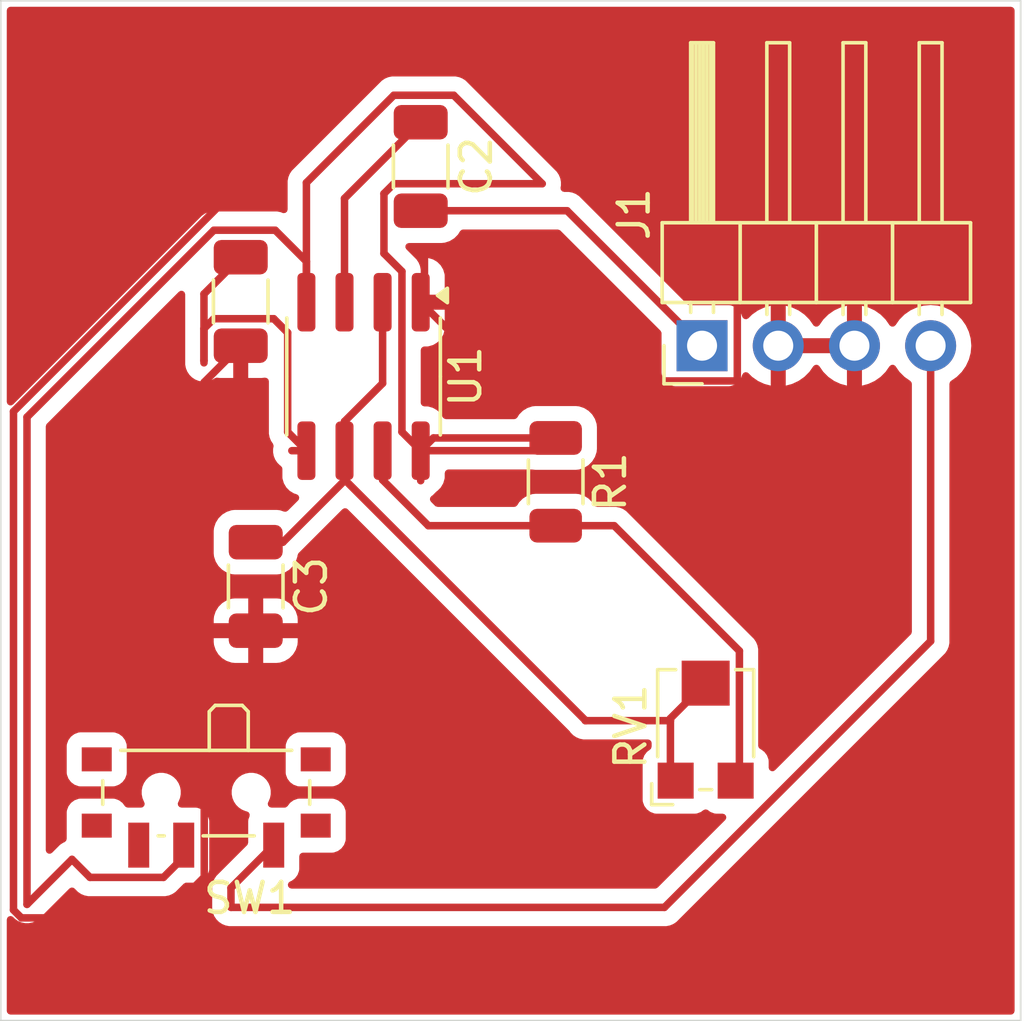
<source format=kicad_pcb>
(kicad_pcb (version 20240108) (generator "pcbnew") (generator_version "8.0")
  (layers (0 "F.Cu" signal) (31 "B.Cu" signal) (34 "B.Paste" user) (35 "F.Paste" user) (36 "B.SilkS" user "B.Silkscreen") (37 "F.SilkS" user "F.Silkscreen") (38 "B.Mask" user) (39 "F.Mask" user) (44 "Edge.Cuts" user))
  (net 0 "")
  (net 1 "/GND")
  (net 2 "Net-(U1-CV)")
  (net 3 "Net-(U1-Q)")
  (net 4 "/BUZZER+")
  (net 5 "Net-(U1-THR)")
  (net 6 "/VCC")
  (net 7 "Net-(SW1-B)")
  (net 8 "Net-(U1-DIS)")
  (footprint "Capacitor_SMD:C_1206_3216Metric" (layer "F.Cu") (at 165 90.025 -90)
    (property "Reference" "C2" (at 0 -1.85 90) (layer "F.SilkS"))
    (property "Value" "C" (hide yes))
    (fp_line (start -0.711252 0.91) (end 0.711252 0.91) (stroke (width 0.12)) (layer "F.SilkS"))
    (fp_line (start -0.711252 -0.91) (end 0.711252 -0.91) (stroke (width 0.12)) (layer "F.SilkS"))
    (pad "1" smd roundrect (at -1.475 0 270) (size 1.15 1.8) (layers "F.Cu" "F.Paste" "F.Mask") (roundrect_rratio 0.217391) (net 3 "Net-(U1-Q)"))
    (pad "2" smd roundrect (at 1.475 0 270) (size 1.15 1.8) (layers "F.Cu" "F.Paste" "F.Mask") (roundrect_rratio 0.217391) (net 4 "/BUZZER+"))
  )
  (footprint "Button_Switch_SMD:SW_SPDT_PCM12" (layer "F.Cu") (at 157.85 111.22 180)
    (property "Reference" "SW1" (at -1.45 -3.2 360) (layer "F.SilkS"))
    (property "Value" "~")
    (fp_line (start 3.45 0.72) (end 3.45 -0.07) (stroke (width 0.12)) (layer "F.SilkS"))
    (fp_line (start 1.4 -1.12) (end 1.6 -1.12) (stroke (width 0.12)) (layer "F.SilkS"))
    (fp_line (start -0.1 3.02) (end -0.1 1.73) (stroke (width 0.12)) (layer "F.SilkS"))
    (fp_line (start -0.1 3.02) (end -0.3 3.23) (stroke (width 0.12)) (layer "F.SilkS"))
    (fp_line (start -1.2 3.23) (end -0.3 3.23) (stroke (width 0.12)) (layer "F.SilkS"))
    (fp_line (start -1.4 3.02) (end -1.2 3.23) (stroke (width 0.12)) (layer "F.SilkS"))
    (fp_line (start -1.4 1.73) (end -1.4 3.02) (stroke (width 0.12)) (layer "F.SilkS"))
    (fp_line (start -1.6 -1.12) (end 0.1 -1.12) (stroke (width 0.12)) (layer "F.SilkS"))
    (fp_line (start -2.85 1.73) (end 2.85 1.73) (stroke (width 0.12)) (layer "F.SilkS"))
    (fp_line (start -3.45 -0.07) (end -3.45 0.72) (stroke (width 0.12)) (layer "F.SilkS"))
    (pad "" smd rect (at -3.65 -0.78 180) (size 1 0.8) (layers "F.Cu" "F.Paste" "F.Mask"))
    (pad "" smd rect (at -3.65 1.43 180) (size 1 0.8) (layers "F.Cu" "F.Paste" "F.Mask"))
    (pad "" np_thru_hole circle (at -1.5 0.33 180) (size 0.9 0.9) (drill 0.9) (layers "*.Cu" "*.Mask"))
    (pad "" np_thru_hole circle (at 1.5 0.33 180) (size 0.9 0.9) (drill 0.9) (layers "*.Cu" "*.Mask"))
    (pad "" smd rect (at 3.65 -0.78 180) (size 1 0.8) (layers "F.Cu" "F.Paste" "F.Mask"))
    (pad "" smd rect (at 3.65 1.43 180) (size 1 0.8) (layers "F.Cu" "F.Paste" "F.Mask"))
    (pad "1" smd rect (at -2.25 -1.43 180) (size 0.7 1.5) (layers "F.Cu" "F.Paste" "F.Mask") (net 6 "/VCC"))
    (pad "2" smd rect (at 0.75 -1.43 180) (size 0.7 1.5) (layers "F.Cu" "F.Paste" "F.Mask") (net 7 "Net-(SW1-B)"))
    (pad "3" smd rect (at 2.25 -1.43 180) (size 0.7 1.5) (layers "F.Cu" "F.Paste" "F.Mask"))
  )
  (footprint "Resistor_SMD:R_1206_3216Metric" (layer "F.Cu") (at 169.5 100.5375 -90)
    (property "Reference" "R1" (at 0 -1.82 90) (layer "F.SilkS"))
    (property "Value" "R" (hide yes))
    (fp_line (start -0.727064 0.91) (end 0.727064 0.91) (stroke (width 0.12)) (layer "F.SilkS"))
    (fp_line (start -0.727064 -0.91) (end 0.727064 -0.91) (stroke (width 0.12)) (layer "F.SilkS"))
    (pad "1" smd roundrect (at -1.4625 0 270) (size 1.125 1.75) (layers "F.Cu" "F.Paste" "F.Mask") (roundrect_rratio 0.222222) (net 7 "Net-(SW1-B)"))
    (pad "2" smd roundrect (at 1.4625 0 270) (size 1.125 1.75) (layers "F.Cu" "F.Paste" "F.Mask") (roundrect_rratio 0.222222) (net 8 "Net-(U1-DIS)"))
  )
  (footprint "Connector_PinHeader_2.54mm:PinHeader_1x04_P2.54mm_Horizontal" (layer "F.Cu") (at 174.38 96 90)
    (property "Reference" "J1" (at 4.385 -2.27 90) (layer "F.SilkS"))
    (property "Value" "~")
    (fp_line (start 4.1 -1.33) (end 1.44 -1.33) (stroke (width 0.12)) (layer "F.SilkS"))
    (fp_line (start 1.44 -1.33) (end 1.44 8.95) (stroke (width 0.12)) (layer "F.SilkS"))
    (fp_line (start -1.27 -1.27) (end 0 -1.27) (stroke (width 0.12)) (layer "F.SilkS"))
    (fp_line (start 10.1 -0.38) (end 10.1 0.38) (stroke (width 0.12)) (layer "F.SilkS"))
    (fp_line (start 4.1 -0.38) (end 10.1 -0.38) (stroke (width 0.12)) (layer "F.SilkS"))
    (fp_line (start 1.11 -0.38) (end 1.44 -0.38) (stroke (width 0.12)) (layer "F.SilkS"))
    (fp_line (start 4.1 -0.32) (end 10.1 -0.32) (stroke (width 0.12)) (layer "F.SilkS"))
    (fp_line (start 4.1 -0.2) (end 10.1 -0.2) (stroke (width 0.12)) (layer "F.SilkS"))
    (fp_line (start 4.1 -0.08) (end 10.1 -0.08) (stroke (width 0.12)) (layer "F.SilkS"))
    (fp_line (start -1.27 0) (end -1.27 -1.27) (stroke (width 0.12)) (layer "F.SilkS"))
    (fp_line (start 4.1 0.04) (end 10.1 0.04) (stroke (width 0.12)) (layer "F.SilkS"))
    (fp_line (start 4.1 0.16) (end 10.1 0.16) (stroke (width 0.12)) (layer "F.SilkS"))
    (fp_line (start 4.1 0.28) (end 10.1 0.28) (stroke (width 0.12)) (layer "F.SilkS"))
    (fp_line (start 10.1 0.38) (end 4.1 0.38) (stroke (width 0.12)) (layer "F.SilkS"))
    (fp_line (start 1.11 0.38) (end 1.44 0.38) (stroke (width 0.12)) (layer "F.SilkS"))
    (fp_line (start 1.44 1.27) (end 4.1 1.27) (stroke (width 0.12)) (layer "F.SilkS"))
    (fp_line (start 10.1 2.16) (end 10.1 2.92) (stroke (width 0.12)) (layer "F.SilkS"))
    (fp_line (start 4.1 2.16) (end 10.1 2.16) (stroke (width 0.12)) (layer "F.SilkS"))
    (fp_line (start 1.042929 2.16) (end 1.44 2.16) (stroke (width 0.12)) (layer "F.SilkS"))
    (fp_line (start 10.1 2.92) (end 4.1 2.92) (stroke (width 0.12)) (layer "F.SilkS"))
    (fp_line (start 1.042929 2.92) (end 1.44 2.92) (stroke (width 0.12)) (layer "F.SilkS"))
    (fp_line (start 1.44 3.81) (end 4.1 3.81) (stroke (width 0.12)) (layer "F.SilkS"))
    (fp_line (start 10.1 4.7) (end 10.1 5.46) (stroke (width 0.12)) (layer "F.SilkS"))
    (fp_line (start 4.1 4.7) (end 10.1 4.7) (stroke (width 0.12)) (layer "F.SilkS"))
    (fp_line (start 1.042929 4.7) (end 1.44 4.7) (stroke (width 0.12)) (layer "F.SilkS"))
    (fp_line (start 10.1 5.46) (end 4.1 5.46) (stroke (width 0.12)) (layer "F.SilkS"))
    (fp_line (start 1.042929 5.46) (end 1.44 5.46) (stroke (width 0.12)) (layer "F.SilkS"))
    (fp_line (start 1.44 6.35) (end 4.1 6.35) (stroke (width 0.12)) (layer "F.SilkS"))
    (fp_line (start 10.1 7.24) (end 10.1 8) (stroke (width 0.12)) (layer "F.SilkS"))
    (fp_line (start 4.1 7.24) (end 10.1 7.24) (stroke (width 0.12)) (layer "F.SilkS"))
    (fp_line (start 1.042929 7.24) (end 1.44 7.24) (stroke (width 0.12)) (layer "F.SilkS"))
    (fp_line (start 10.1 8) (end 4.1 8) (stroke (width 0.12)) (layer "F.SilkS"))
    (fp_line (start 1.042929 8) (end 1.44 8) (stroke (width 0.12)) (layer "F.SilkS"))
    (fp_line (start 4.1 8.95) (end 4.1 -1.33) (stroke (width 0.12)) (layer "F.SilkS"))
    (fp_line (start 1.44 8.95) (end 4.1 8.95) (stroke (width 0.12)) (layer "F.SilkS"))
    (pad "1" thru_hole rect (at 0 0 90) (size 1.7 1.7) (drill 1) (layers "*.Cu" "*.Mask") (net 4 "/BUZZER+"))
    (pad "2" thru_hole oval (at 0 2.54 90) (size 1.7 1.7) (drill 1) (layers "*.Cu" "*.Mask") (net 1 "/GND"))
    (pad "3" thru_hole oval (at 0 5.08 90) (size 1.7 1.7) (drill 1) (layers "*.Cu" "*.Mask") (net 1 "/GND"))
    (pad "4" thru_hole oval (at 0 7.62 90) (size 1.7 1.7) (drill 1) (layers "*.Cu" "*.Mask") (net 6 "/VCC"))
  )
  (footprint "Potentiometer_SMD:Potentiometer_Bourns_TC33X_Vertical" (layer "F.Cu") (at 174.5 108.7 90)
    (property "Reference" "RV1" (at 0 -2.5 90) (layer "F.SilkS"))
    (property "Value" "~")
    (fp_line (start -1.9 -1.8) (end -2.6 -1.8) (stroke (width 0.12)) (layer "F.SilkS"))
    (fp_line (start -2.6 -1.8) (end -2.6 -1.1) (stroke (width 0.12)) (layer "F.SilkS"))
    (fp_line (start 1.9 -1.6) (end 1.9 -1) (stroke (width 0.12)) (layer "F.SilkS"))
    (fp_line (start -1 -1.6) (end 1.9 -1.6) (stroke (width 0.12)) (layer "F.SilkS"))
    (fp_line (start -2.1 -0.2) (end -2.1 0.2) (stroke (width 0.12)) (layer "F.SilkS"))
    (fp_line (start 1.9 1.6) (end 1.9 1) (stroke (width 0.12)) (layer "F.SilkS"))
    (fp_line (start -1 1.6) (end 1.9 1.6) (stroke (width 0.12)) (layer "F.SilkS"))
    (pad "1" smd rect (at -1.8 -1 90) (size 1.2 1.2) (layers "F.Cu" "F.Paste" "F.Mask") (net 5 "Net-(U1-THR)"))
    (pad "2" smd rect (at 1.45 0 90) (size 1.5 1.6) (layers "F.Cu" "F.Paste" "F.Mask") (net 5 "Net-(U1-THR)"))
    (pad "3" smd rect (at -1.8 1 90) (size 1.2 1.2) (layers "F.Cu" "F.Paste" "F.Mask") (net 8 "Net-(U1-DIS)"))
  )
  (footprint "Capacitor_SMD:C_1206_3216Metric" (layer "F.Cu") (at 159 94.525 -90)
    (property "Reference" "C1" (hide yes))
    (property "Value" "C" (hide yes))
    (fp_line (start -0.711252 0.91) (end 0.711252 0.91) (stroke (width 0.12)) (layer "F.SilkS"))
    (fp_line (start -0.711252 -0.91) (end 0.711252 -0.91) (stroke (width 0.12)) (layer "F.SilkS"))
    (pad "1" smd roundrect (at -1.475 0 270) (size 1.15 1.8) (layers "F.Cu" "F.Paste" "F.Mask") (roundrect_rratio 0.217391) (net 2 "Net-(U1-CV)"))
    (pad "2" smd roundrect (at 1.475 0 270) (size 1.15 1.8) (layers "F.Cu" "F.Paste" "F.Mask") (roundrect_rratio 0.217391) (net 1 "/GND"))
  )
  (footprint "Capacitor_SMD:C_1206_3216Metric" (layer "F.Cu") (at 159.5 104.025 -90)
    (property "Reference" "C3" (at 0 -1.85 90) (layer "F.SilkS"))
    (property "Value" "C" (hide yes))
    (fp_line (start -0.711252 0.91) (end 0.711252 0.91) (stroke (width 0.12)) (layer "F.SilkS"))
    (fp_line (start -0.711252 -0.91) (end 0.711252 -0.91) (stroke (width 0.12)) (layer "F.SilkS"))
    (pad "1" smd roundrect (at -1.475 0 270) (size 1.15 1.8) (layers "F.Cu" "F.Paste" "F.Mask") (roundrect_rratio 0.217391) (net 5 "Net-(U1-THR)"))
    (pad "2" smd roundrect (at 1.475 0 270) (size 1.15 1.8) (layers "F.Cu" "F.Paste" "F.Mask") (roundrect_rratio 0.217391) (net 1 "/GND"))
  )
  (footprint "Package_SO:SOIC-8_3.9x4.9mm_P1.27mm" (layer "F.Cu") (at 163.095 97.025 -90)
    (property "Reference" "U1" (at 0 -3.4 90) (layer "F.SilkS"))
    (property "Value" "LM555xM" (hide yes))
    (fp_line (start 0 2.56) (end -1.95 2.56) (stroke (width 0.12)) (layer "F.SilkS"))
    (fp_line (start 0 2.56) (end 1.95 2.56) (stroke (width 0.12)) (layer "F.SilkS"))
    (fp_line (start 0 -2.56) (end -1.95 -2.56) (stroke (width 0.12)) (layer "F.SilkS"))
    (fp_line (start 0 -2.56) (end 1.95 -2.56) (stroke (width 0.12)) (layer "F.SilkS"))
    (fp_poly (pts (xy -2.7 -2.465) (xy -2.94 -2.795) (xy -2.46 -2.795) (xy -2.7 -2.465)) (stroke (width 0.12)) (fill solid) (layer "F.SilkS"))
    (pad "1" smd roundrect (at -2.475 -1.905 270) (size 1.95 0.6) (layers "F.Cu" "F.Paste" "F.Mask") (net 1 "/GND"))
    (pad "2" smd roundrect (at -2.475 -0.635 270) (size 1.95 0.6) (layers "F.Cu" "F.Paste" "F.Mask") (net 5 "Net-(U1-THR)"))
    (pad "3" smd roundrect (at -2.475 0.635 270) (size 1.95 0.6) (layers "F.Cu" "F.Paste" "F.Mask") (net 3 "Net-(U1-Q)"))
    (pad "4" smd roundrect (at -2.475 1.905 270) (size 1.95 0.6) (layers "F.Cu" "F.Paste" "F.Mask") (net 7 "Net-(SW1-B)"))
    (pad "5" smd roundrect (at 2.475 1.905 270) (size 1.95 0.6) (layers "F.Cu" "F.Paste" "F.Mask") (net 2 "Net-(U1-CV)"))
    (pad "6" smd roundrect (at 2.475 0.635 270) (size 1.95 0.6) (layers "F.Cu" "F.Paste" "F.Mask") (net 5 "Net-(U1-THR)"))
    (pad "7" smd roundrect (at 2.475 -0.635 270) (size 1.95 0.6) (layers "F.Cu" "F.Paste" "F.Mask") (net 8 "Net-(U1-DIS)"))
    (pad "8" smd roundrect (at 2.475 -1.905 270) (size 1.95 0.6) (layers "F.Cu" "F.Paste" "F.Mask") (net 7 "Net-(SW1-B)"))
  )
  (gr_poly (pts (xy 151 84.5) (xy 185 84.5) (xy 185 118.5) (xy 151 118.5)) (stroke (width 0.05)) (fill none) (layer "Edge.Cuts"))
  (gr_rect (start 151 84.5) (end 185 118.5) (stroke (width 0.05)) (fill none) (layer "Edge.Cuts"))
  (segment (start 165 94.55) (end 167.625 97.175) (width 0.25) (layer "F.Cu") (net 1))
  (segment (start 175.555 97.175) (end 175.555 85.055) (width 0.25) (layer "F.Cu") (net 1))
  (segment (start 157.784252 97.215748) (end 159 96) (width 0.25) (layer "F.Cu") (net 1))
  (segment (start 167.625 97.175) (end 175.555 97.175) (width 0.25) (layer "F.Cu") (net 1))
  (segment (start 164.563504 85.055) (end 151.425 98.193504) (width 0.25) (layer "F.Cu") (net 1))
  (segment (start 151.688604 115.075) (end 156.425 115.075) (width 0.25) (layer "F.Cu") (net 1))
  (segment (start 151.425 98.193504) (end 151.425 114.811396) (width 0.25) (layer "F.Cu") (net 1))
  (segment (start 157.784252 113.715748) (end 157.784252 97.215748) (width 0.25) (layer "F.Cu") (net 1))
  (segment (start 156.425 115.075) (end 157.784252 113.715748) (width 0.25) (layer "F.Cu") (net 1))
  (segment (start 175.555 85.055) (end 164.563504 85.055) (width 0.25) (layer "F.Cu") (net 1))
  (segment (start 151.425 114.811396) (end 151.688604 115.075) (width 0.25) (layer "F.Cu") (net 1))
  (segment (start 158.1049 95.1) (end 160.1 95.1) (width 0.25) (layer "F.Cu") (net 2))
  (segment (start 161.19 99.5) (end 160.7049 99.5) (width 0.25) (layer "F.Cu") (net 2))
  (segment (start 157.775 94.275) (end 159 93.05) (width 0.25) (layer "F.Cu") (net 2))
  (segment (start 157.775 96.5) (end 157.775 94.275) (width 0.25) (layer "F.Cu") (net 2))
  (segment (start 157.775 95.4299) (end 158.1049 95.1) (width 0.25) (layer "F.Cu") (net 2))
  (segment (start 157.775 96.5701) (end 157.775 96.5) (width 0.25) (layer "F.Cu") (net 2))
  (segment (start 160.1 95.1) (end 160.565 95.565) (width 0.25) (layer "F.Cu") (net 2))
  (segment (start 157.775 96.5) (end 157.775 95.4299) (width 0.25) (layer "F.Cu") (net 2))
  (segment (start 160.565 98.875) (end 161.19 99.5) (width 0.25) (layer "F.Cu") (net 2))
  (segment (start 160.565 95.565) (end 160.565 98.875) (width 0.25) (layer "F.Cu") (net 2))
  (segment (start 162.46 94.55) (end 162.46 91.09) (width 0.25) (layer "F.Cu") (net 3))
  (segment (start 162.46 91.09) (end 165 88.55) (width 0.25) (layer "F.Cu") (net 3))
  (segment (start 169.88 91.5) (end 174.38 96) (width 0.25) (layer "F.Cu") (net 4))
  (segment (start 165 91.5) (end 169.88 91.5) (width 0.25) (layer "F.Cu") (net 4))
  (segment (start 173.325 110.175) (end 173.325 108.5) (width 0.25) (layer "F.Cu") (net 5))
  (segment (start 162.46 98.525001) (end 163.73 97.255001) (width 0.25) (layer "F.Cu") (net 5))
  (segment (start 170.5 108.5) (end 173.325 108.5) (width 0.25) (layer "F.Cu") (net 5))
  (segment (start 162.46 99.5) (end 162.46 100.46) (width 0.25) (layer "F.Cu") (net 5))
  (segment (start 159.5 102.55) (end 160.407304 102.55) (width 0.25) (layer "F.Cu") (net 5))
  (segment (start 162.46 100.46) (end 170.5 108.5) (width 0.25) (layer "F.Cu") (net 5))
  (segment (start 170.485001 108.5) (end 170.5 108.5) (width 0.25) (layer "F.Cu") (net 5))
  (segment (start 173.325 108.425) (end 174.5 107.25) (width 0.25) (layer "F.Cu") (net 5))
  (segment (start 162.46 100.497304) (end 162.46 99.5) (width 0.25) (layer "F.Cu") (net 5))
  (segment (start 173.325 108.5) (end 173.325 108.425) (width 0.25) (layer "F.Cu") (net 5))
  (segment (start 162.46 99.5) (end 162.46 98.525001) (width 0.25) (layer "F.Cu") (net 5))
  (segment (start 163.73 97.255001) (end 163.73 94.55) (width 0.25) (layer "F.Cu") (net 5))
  (segment (start 160.407304 102.55) (end 162.46 100.497304) (width 0.25) (layer "F.Cu") (net 5))
  (segment (start 158.675 114.075) (end 160.1 112.65) (width 0.25) (layer "F.Cu") (net 6))
  (segment (start 182 105.85) (end 182 96) (width 0.25) (layer "F.Cu") (net 6))
  (segment (start 158.675 114.725) (end 173.125 114.725) (width 0.25) (layer "F.Cu") (net 6))
  (segment (start 158.675 114.725) (end 158.675 114.075) (width 0.25) (layer "F.Cu") (net 6))
  (segment (start 160.1 112.65) (end 160.175 112.725) (width 0.25) (layer "F.Cu") (net 6))
  (segment (start 173.125 114.725) (end 182 105.85) (width 0.25) (layer "F.Cu") (net 6))
  (segment (start 157.1 113.05) (end 157.1 112.65) (width 0.25) (layer "F.Cu") (net 7))
  (segment (start 161.19 94.55) (end 161.19 94.930908) (width 0.25) (layer "F.Cu") (net 7))
  (segment (start 163.775 92.924092) (end 164.375 93.524092) (width 0.25) (layer "F.Cu") (net 7))
  (segment (start 169.05 90.6) (end 164.1049 90.6) (width 0.25) (layer "F.Cu") (net 7))
  (segment (start 161.19 94.55) (end 161.19 90.5649) (width 0.25) (layer "F.Cu") (net 7))
  (segment (start 158.1049 92.15) (end 151.875 98.3799) (width 0.25) (layer "F.Cu") (net 7))
  (segment (start 151.875 114.625) (end 153.375 113.125) (width 0.25) (layer "F.Cu") (net 7))
  (segment (start 166.1 87.65) (end 169.05 90.6) (width 0.25) (layer "F.Cu") (net 7))
  (segment (start 165 100.5) (end 165 99.5) (width 0.25) (layer "F.Cu") (net 7))
  (segment (start 165 99.5) (end 165.425 99.075) (width 0.25) (layer "F.Cu") (net 7))
  (segment (start 156.425 113.725) (end 157.1 113.05) (width 0.25) (layer "F.Cu") (net 7))
  (segment (start 165.425 99.075) (end 169.5 99.075) (width 0.25) (layer "F.Cu") (net 7))
  (segment (start 161.19 94.55) (end 161.19 93.19) (width 0.25) (layer "F.Cu") (net 7))
  (segment (start 165 99.5) (end 169 99.5) (width 0.25) (layer "F.Cu") (net 7))
  (segment (start 164.1049 87.65) (end 166.1 87.65) (width 0.25) (layer "F.Cu") (net 7))
  (segment (start 165 98.740908) (end 165 99.5) (width 0.25) (layer "F.Cu") (net 7))
  (segment (start 161.19 90.5649) (end 164.1049 87.65) (width 0.25) (layer "F.Cu") (net 7))
  (segment (start 161.19 93.19) (end 160.15 92.15) (width 0.25) (layer "F.Cu") (net 7))
  (segment (start 160.15 92.15) (end 158.1049 92.15) (width 0.25) (layer "F.Cu") (net 7))
  (segment (start 151.875 98.3799) (end 151.875 114.625) (width 0.25) (layer "F.Cu") (net 7))
  (segment (start 163.775 90.9299) (end 163.775 92.924092) (width 0.25) (layer "F.Cu") (net 7))
  (segment (start 153.375 113.125) (end 153.975 113.725) (width 0.25) (layer "F.Cu") (net 7))
  (segment (start 164.375 98.875) (end 165 99.5) (width 0.25) (layer "F.Cu") (net 7))
  (segment (start 164.1049 90.6) (end 163.775 90.9299) (width 0.25) (layer "F.Cu") (net 7))
  (segment (start 164.375 93.524092) (end 164.375 98.875) (width 0.25) (layer "F.Cu") (net 7))
  (segment (start 153.975 113.725) (end 156.425 113.725) (width 0.25) (layer "F.Cu") (net 7))
  (segment (start 175.625 110.375) (end 175.5 110.5) (width 0.25) (layer "F.Cu") (net 8))
  (segment (start 171.45 102) (end 175.625 106.175) (width 0.25) (layer "F.Cu") (net 8))
  (segment (start 163.73 100.474999) (end 165.255001 102) (width 0.25) (layer "F.Cu") (net 8))
  (segment (start 163.73 99.5) (end 163.73 100.474999) (width 0.25) (layer "F.Cu") (net 8))
  (segment (start 175.625 106.175) (end 175.625 110.375) (width 0.25) (layer "F.Cu") (net 8))
  (segment (start 165.255001 102) (end 169.5 102) (width 0.25) (layer "F.Cu") (net 8))
  (segment (start 169.5 102) (end 171.45 102) (width 0.25) (layer "F.Cu") (net 8))
  (zone (net 1) (net_name "/GND") (layer "F.Cu") (priority 1) (connect_pads (clearance 0.5)) (min_thickness 0.25) (fill yes (thermal_gap 0.5) (thermal_bridge_width 0.5))
    (polygon (pts (xy 151 84.5) (xy 185 84.5) (xy 185 118.5) (xy 151 118.5)))
  )
)
</source>
